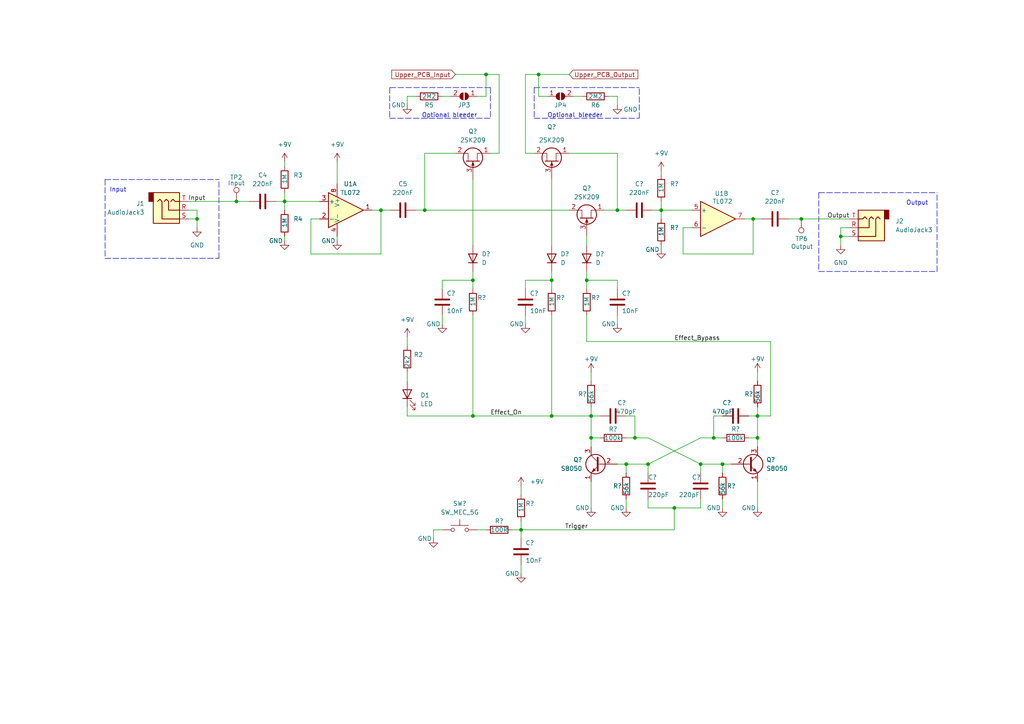
<source format=kicad_sch>
(kicad_sch (version 20211123) (generator eeschema)
  (paper "A4")
  (title_block (title "PedalDev_Lower") (date "2022-02-17") (company "Binary-6"))
  (lib_symbols
    (symbol "Amplifier_Operational:TL072" (pin_names (offset 0.127))
      (property "Reference" "U" (at 0 5.08 0))
      (property "Value" "TL072" (at 0 -5.08 0))
      (symbol "TL072_1_1"
        (polyline (pts (xy -5.08 5.08) (xy 5.08 0) (xy -5.08 -5.08) (xy -5.08 5.08)) (stroke (width 0.254)) (fill (type background)))
        (pin output line (at 7.62 0 180) (length 2.54) (name "~") (number "1"))
        (pin input line (at -7.62 -2.54 0) (length 2.54) (name "-") (number "2"))
        (pin input line (at -7.62 2.54 0) (length 2.54) (name "+") (number "3"))
      )
      (symbol "TL072_2_1"
        (polyline (pts (xy -5.08 5.08) (xy 5.08 0) (xy -5.08 -5.08) (xy -5.08 5.08)) (stroke (width 0.254)) (fill (type background)))
        (pin input line (at -7.62 2.54 0) (length 2.54) (name "+") (number "5"))
        (pin input line (at -7.62 -2.54 0) (length 2.54) (name "-") (number "6"))
        (pin output line (at 7.62 0 180) (length 2.54) (name "~") (number "7"))
      )
      (symbol "TL072_3_1"
        (pin power_in line (at -2.54 -7.62 90) (length 3.81) (name "V-") (number "4"))
        (pin power_in line (at -2.54 7.62 270) (length 3.81) (name "V+") (number "8"))
      )
    )
    (symbol "Connector:AudioJack3"
      (property "Reference" "J" (at 0 8.89 0))
      (property "Value" "AudioJack3" (at 0 6.35 0))
      (symbol "AudioJack3_0_1"
        (rectangle (start -5.08 -5.08) (end -6.35 -2.54) (stroke (width 0.254)) (fill (type outline)))
        (polyline (pts (xy 0 -2.54) (xy 0.635 -3.175) (xy 1.27 -2.54) (xy 2.54 -2.54)) (stroke (width 0.254)))
        (polyline (pts (xy -1.905 -2.54) (xy -1.27 -3.175) (xy -0.635 -2.54) (xy -0.635 0) (xy 2.54 0)) (stroke (width 0.254)))
        (polyline (pts (xy 2.54 2.54) (xy -2.54 2.54) (xy -2.54 -2.54) (xy -3.175 -3.175) (xy -3.81 -2.54)) (stroke (width 0.254)))
        (rectangle (start 2.54 3.81) (end -5.08 -5.08) (stroke (width 0.254)) (fill (type background)))
      )
      (symbol "AudioJack3_1_1"
        (pin passive line (at 5.08 0 180) (length 2.54) (name "~") (number "R"))
        (pin passive line (at 5.08 2.54 180) (length 2.54) (name "~") (number "S"))
        (pin passive line (at 5.08 -2.54 180) (length 2.54) (name "~") (number "T"))
      )
    )
    (symbol "Connector:Barrel_Jack" (pin_names (offset 1.016))
      (property "Reference" "J" (at 0 5.334 0))
      (property "Value" "Barrel_Jack" (at 0 -5.08 0))
      (symbol "Barrel_Jack_0_1"
        (rectangle (start -5.08 3.81) (end 5.08 -3.81) (stroke (width 0.254)) (fill (type background)))
        (arc (start -3.302 3.175) (mid -3.937 2.54) (end -3.302 1.905) (stroke (width 0.254)))
        (arc (start -3.302 3.175) (mid -3.937 2.54) (end -3.302 1.905) (stroke (width 0.254)) (fill (type outline)))
        (polyline (pts (xy 5.08 2.54) (xy 3.81 2.54)) (stroke (width 0.254)))
        (polyline (pts (xy -3.81 -2.54) (xy -2.54 -2.54) (xy -1.27 -1.27) (xy 0 -2.54) (xy 2.54 -2.54) (xy 5.08 -2.54)) (stroke (width 0.254)))
        (rectangle (start 3.683 3.175) (end -3.302 1.905) (stroke (width 0.254)) (fill (type outline)))
      )
      (symbol "Barrel_Jack_1_1"
        (pin passive line (at 7.62 2.54 180) (length 2.54) (name "~") (number "1"))
        (pin passive line (at 7.62 -2.54 180) (length 2.54) (name "~") (number "2"))
      )
    )
    (symbol "Connector:TestPoint" (pin_numbers hide) (pin_names (offset 0.762) hide)
      (property "Reference" "TP" (at 0 6.858 0))
      (property "Value" "TestPoint" (at 0 5.08 0))
      (symbol "TestPoint_0_1"
        (circle (center 0 3.302) (radius 0.762))
      )
      (symbol "TestPoint_1_1"
        (pin passive line (at 0 0 90) (length 2.54) (name "1") (number "1"))
      )
    )
    (symbol "Connector_Generic:Conn_01x04" (pin_names (offset 1.016) hide)
      (property "Reference" "J" (at 0 5.08 0))
      (property "Value" "Conn_01x04" (at 0 -7.62 0))
      (symbol "Conn_01x04_1_1"
        (rectangle (start -1.27 -4.953) (end 0 -5.207) (stroke (width 0.1524)))
        (rectangle (start -1.27 -2.413) (end 0 -2.667) (stroke (width 0.1524)))
        (rectangle (start -1.27 0.127) (end 0 -0.127) (stroke (width 0.1524)))
        (rectangle (start -1.27 2.667) (end 0 2.413) (stroke (width 0.1524)))
        (rectangle (start -1.27 3.81) (end 1.27 -6.35) (stroke (width 0.254)) (fill (type background)))
        (pin passive line (at -5.08 2.54 0) (length 3.81) (name "Pin_1") (number "1"))
        (pin passive line (at -5.08 0 0) (length 3.81) (name "Pin_2") (number "2"))
        (pin passive line (at -5.08 -2.54 0) (length 3.81) (name "Pin_3") (number "3"))
        (pin passive line (at -5.08 -5.08 0) (length 3.81) (name "Pin_4") (number "4"))
      )
    )
    (symbol "Device:C" (pin_numbers hide) (pin_names (offset 0.254))
      (property "Reference" "C" (at 0.635 2.54 0))
      (property "Value" "C" (at 0.635 -2.54 0))
      (symbol "C_0_1"
        (polyline (pts (xy -2.032 -0.762) (xy 2.032 -0.762)) (stroke (width 0.508)))
        (polyline (pts (xy -2.032 0.762) (xy 2.032 0.762)) (stroke (width 0.508)))
      )
      (symbol "C_1_1"
        (pin passive line (at 0 3.81 270) (length 2.794) (name "~") (number "1"))
        (pin passive line (at 0 -3.81 90) (length 2.794) (name "~") (number "2"))
      )
    )
    (symbol "Device:C_Polarized" (pin_numbers hide) (pin_names (offset 0.254))
      (property "Reference" "C" (at 0.635 2.54 0))
      (property "Value" "C_Polarized" (at 0.635 -2.54 0))
      (symbol "C_Polarized_0_1"
        (rectangle (start -2.286 0.508) (end 2.286 1.016))
        (polyline (pts (xy -1.778 2.286) (xy -0.762 2.286)))
        (polyline (pts (xy -1.27 2.794) (xy -1.27 1.778)))
        (rectangle (start 2.286 -0.508) (end -2.286 -1.016) (fill (type outline)))
      )
      (symbol "C_Polarized_1_1"
        (pin passive line (at 0 3.81 270) (length 2.794) (name "~") (number "1"))
        (pin passive line (at 0 -3.81 90) (length 2.794) (name "~") (number "2"))
      )
    )
    (symbol "Device:D" (pin_numbers hide) (pin_names (offset 1.016) hide)
      (property "Reference" "D" (at 0 2.54 0))
      (property "Value" "D" (at 0 -2.54 0))
      (symbol "D_0_1"
        (polyline (pts (xy -1.27 1.27) (xy -1.27 -1.27)) (stroke (width 0.254)))
        (polyline (pts (xy 1.27 0) (xy -1.27 0)))
        (polyline (pts (xy 1.27 1.27) (xy 1.27 -1.27) (xy -1.27 0) (xy 1.27 1.27)) (stroke (width 0.254)))
      )
      (symbol "D_1_1"
        (pin passive line (at -3.81 0 0) (length 2.54) (name "K") (number "1"))
        (pin passive line (at 3.81 0 180) (length 2.54) (name "A") (number "2"))
      )
    )
    (symbol "Device:LED" (pin_numbers hide) (pin_names (offset 1.016) hide)
      (property "Reference" "D" (at 0 2.54 0))
      (property "Value" "LED" (at 0 -2.54 0))
      (symbol "LED_0_1"
        (polyline (pts (xy -1.27 -1.27) (xy -1.27 1.27)) (stroke (width 0.254)))
        (polyline (pts (xy -1.27 0) (xy 1.27 0)))
        (polyline (pts (xy 1.27 -1.27) (xy 1.27 1.27) (xy -1.27 0) (xy 1.27 -1.27)) (stroke (width 0.254)))
        (polyline (pts (xy -3.048 -0.762) (xy -4.572 -2.286) (xy -3.81 -2.286) (xy -4.572 -2.286) (xy -4.572 -1.524)))
        (polyline (pts (xy -1.778 -0.762) (xy -3.302 -2.286) (xy -2.54 -2.286) (xy -3.302 -2.286) (xy -3.302 -1.524)))
      )
      (symbol "LED_1_1"
        (pin passive line (at -3.81 0 0) (length 2.54) (name "K") (number "1"))
        (pin passive line (at 3.81 0 180) (length 2.54) (name "A") (number "2"))
      )
    )
    (symbol "Device:Q_NJFET_SDG" (pin_names (offset 0) hide)
      (property "Reference" "Q" (at 5.08 1.27 0))
      (property "Value" "Q_NJFET_SDG" (at 5.08 -1.27 0))
      (symbol "Q_NJFET_SDG_0_1"
        (polyline (pts (xy 0.254 1.905) (xy 0.254 -1.905) (xy 0.254 -1.905)) (stroke (width 0.254)))
        (polyline (pts (xy 2.54 -2.54) (xy 2.54 -1.27) (xy 0.254 -1.27)))
        (polyline (pts (xy 2.54 2.54) (xy 2.54 1.397) (xy 0.254 1.397)))
        (polyline (pts (xy 0 0) (xy -1.016 0.381) (xy -1.016 -0.381) (xy 0 0)) (fill (type outline)))
        (circle (center 1.27 0) (radius 2.8194) (stroke (width 0.254)))
      )
      (symbol "Q_NJFET_SDG_1_1"
        (pin passive line (at 2.54 -5.08 90) (length 2.54) (name "S") (number "1"))
        (pin passive line (at 2.54 5.08 270) (length 2.54) (name "D") (number "2"))
        (pin input line (at -5.08 0 0) (length 5.334) (name "G") (number "3"))
      )
    )
    (symbol "Device:R" (pin_numbers hide) (pin_names (offset 0))
      (property "Reference" "R" (at 2.032 0 90))
      (property "Value" "R" (at 0 0 90))
      (symbol "R_0_1"
        (rectangle (start -1.016 -2.54) (end 1.016 2.54) (stroke (width 0.254)))
      )
      (symbol "R_1_1"
        (pin passive line (at 0 3.81 270) (length 1.27) (name "~") (number "1"))
        (pin passive line (at 0 -3.81 90) (length 1.27) (name "~") (number "2"))
      )
    )
    (symbol "Jumper:SolderJumper_2_Open" (pin_names (offset 0) hide)
      (property "Reference" "JP" (at 0 2.032 0))
      (property "Value" "SolderJumper_2_Open" (at 0 -2.54 0))
      (symbol "SolderJumper_2_Open_0_1"
        (arc (start -0.254 1.016) (mid -1.27 0) (end -0.254 -1.016))
        (arc (start -0.254 1.016) (mid -1.27 0) (end -0.254 -1.016) (fill (type outline)))
        (polyline (pts (xy -0.254 1.016) (xy -0.254 -1.016)))
        (polyline (pts (xy 0.254 1.016) (xy 0.254 -1.016)))
        (arc (start 0.254 -1.016) (mid 1.27 0) (end 0.254 1.016))
        (arc (start 0.254 -1.016) (mid 1.27 0) (end 0.254 1.016) (fill (type outline)))
      )
      (symbol "SolderJumper_2_Open_1_1"
        (pin passive line (at -3.81 0 0) (length 2.54) (name "A") (number "1"))
        (pin passive line (at 3.81 0 180) (length 2.54) (name "B") (number "2"))
      )
    )
    (symbol "Switch:SW_MEC_5G" (pin_numbers hide) (pin_names (offset 1.016) hide)
      (property "Reference" "SW" (at 1.27 2.54 0))
      (property "Value" "SW_MEC_5G" (at 0 -1.524 0))
      (symbol "SW_MEC_5G_0_1"
        (circle (center -2.032 0) (radius 0.508))
        (polyline (pts (xy 0 1.27) (xy 0 3.048)))
        (polyline (pts (xy 2.54 1.27) (xy -2.54 1.27)))
        (circle (center 2.032 0) (radius 0.508))
        (pin passive line (at -5.08 0 0) (length 2.54) (name "A") (number "1"))
        (pin passive line (at 5.08 0 180) (length 2.54) (name "B") (number "3"))
      )
      (symbol "SW_MEC_5G_1_1"
        (pin passive line (at -5.08 0 0) (length 2.54) hide (name "A") (number "2"))
        (pin passive line (at 5.08 0 180) (length 2.54) hide (name "B") (number "4"))
      )
    )
    (symbol "Transistor_BJT:S8050" (pin_names (offset 0) hide)
      (property "Reference" "Q" (at 5.08 1.905 0))
      (property "Value" "S8050" (at 5.08 0 0))
      (symbol "S8050_0_1"
        (polyline (pts (xy 0 0) (xy 0.635 0)))
        (polyline (pts (xy 0.635 0.635) (xy 2.54 2.54)))
        (polyline (pts (xy 0.635 -0.635) (xy 2.54 -2.54) (xy 2.54 -2.54)))
        (polyline (pts (xy 0.635 1.905) (xy 0.635 -1.905) (xy 0.635 -1.905)) (stroke (width 0.508)))
        (polyline (pts (xy 1.27 -1.778) (xy 1.778 -1.27) (xy 2.286 -2.286) (xy 1.27 -1.778) (xy 1.27 -1.778)) (fill (type outline)))
        (circle (center 1.27 0) (radius 2.8194) (stroke (width 0.254)))
      )
      (symbol "S8050_1_1"
        (pin passive line (at 2.54 -5.08 90) (length 2.54) (name "E") (number "1"))
        (pin input line (at -5.08 0 0) (length 5.08) (name "B") (number "2"))
        (pin passive line (at 2.54 5.08 270) (length 2.54) (name "C") (number "3"))
      )
    )
    (symbol "Transistor_FET:AO3401A" (pin_names hide)
      (property "Reference" "Q" (at 5.08 1.905 0))
      (property "Value" "AO3401A" (at 5.08 0 0))
      (symbol "AO3401A_0_1"
        (polyline (pts (xy 0.254 0) (xy -2.54 0)))
        (polyline (pts (xy 0.254 1.905) (xy 0.254 -1.905)) (stroke (width 0.254)))
        (polyline (pts (xy 0.762 -1.27) (xy 0.762 -2.286)) (stroke (width 0.254)))
        (polyline (pts (xy 0.762 0.508) (xy 0.762 -0.508)) (stroke (width 0.254)))
        (polyline (pts (xy 0.762 2.286) (xy 0.762 1.27)) (stroke (width 0.254)))
        (polyline (pts (xy 2.54 2.54) (xy 2.54 1.778)))
        (polyline (pts (xy 2.54 -2.54) (xy 2.54 0) (xy 0.762 0)))
        (polyline (pts (xy 0.762 1.778) (xy 3.302 1.778) (xy 3.302 -1.778) (xy 0.762 -1.778)))
        (polyline (pts (xy 2.286 0) (xy 1.27 0.381) (xy 1.27 -0.381) (xy 2.286 0)) (fill (type outline)))
        (polyline (pts (xy 2.794 -0.508) (xy 2.921 -0.381) (xy 3.683 -0.381) (xy 3.81 -0.254)))
        (polyline (pts (xy 3.302 -0.381) (xy 2.921 0.254) (xy 3.683 0.254) (xy 3.302 -0.381)))
        (circle (center 1.651 0) (radius 2.794) (stroke (width 0.254)))
        (circle (center 2.54 -1.778) (radius 0.254) (fill (type outline)))
        (circle (center 2.54 1.778) (radius 0.254) (fill (type outline)))
      )
      (symbol "AO3401A_1_1"
        (pin input line (at -5.08 0 0) (length 2.54) (name "G") (number "1"))
        (pin passive line (at 2.54 -5.08 90) (length 2.54) (name "S") (number "2"))
        (pin passive line (at 2.54 5.08 270) (length 2.54) (name "D") (number "3"))
      )
    )
    (symbol "power:+9V" (power) (pin_names (offset 0))
      (property "Value" "+9V" (at 0 3.556 0))
      (symbol "+9V_0_1"
        (polyline (pts (xy -0.762 1.27) (xy 0 2.54)))
        (polyline (pts (xy 0 0) (xy 0 2.54)))
        (polyline (pts (xy 0 2.54) (xy 0.762 1.27)))
      )
      (symbol "+9V_1_1"
        (pin power_in line (at 0 0 90) (length 0) hide (name "+9V") (number "1"))
      )
    )
    (symbol "power:GND" (power) (pin_names (offset 0))
      (property "Value" "GND" (at 0 -3.81 0))
      (symbol "GND_0_1"
        (polyline (pts (xy 0 0) (xy 0 -1.27) (xy 1.27 -1.27) (xy 0 -2.54) (xy -1.27 -1.27) (xy 0 -1.27)))
      )
      (symbol "GND_1_1"
        (pin power_in line (at 0 0 270) (length 0) hide (name "GND") (number "1"))
      )
    )
  )
  (junction (at 184.15 127))
  (junction (at 137.16 81.28))
  (junction (at 57.15 63.5))
  (junction (at 170.18 81.28))
  (junction (at 110.49 60.96))
  (junction (at 175.26 -31.75))
  (junction (at 195.58 147.32))
  (junction (at 93.98 -20.32))
  (junction (at 93.98 -33.02))
  (junction (at 219.71 127))
  (junction (at 171.45 120.65))
  (junction (at 101.6 -20.32))
  (junction (at 218.44 63.5))
  (junction (at 82.55 58.42))
  (junction (at 160.02 120.65))
  (junction (at 243.84 68.58))
  (junction (at 151.13 153.67))
  (junction (at 156.21 21.59))
  (junction (at 203.2 134.62))
  (junction (at 86.36 -20.32))
  (junction (at 209.55 134.62))
  (junction (at 179.07 60.96))
  (junction (at 137.16 120.65))
  (junction (at 86.36 -33.02))
  (junction (at 232.41 63.5))
  (junction (at 66.675 -33.02))
  (junction (at 171.45 127))
  (junction (at 207.01 127))
  (junction (at 68.58 58.42))
  (junction (at 160.02 81.28))
  (junction (at 101.6 -33.02))
  (junction (at 140.97 21.59))
  (junction (at 187.96 134.62))
  (junction (at 181.61 134.62))
  (junction (at 185.42 -31.75))
  (junction (at 123.19 60.96))
  (junction (at 74.93 -20.32))
  (junction (at 219.71 120.65))
  (junction (at 191.77 60.96))
  (wire (pts (xy 101.6 -20.32) (xy 93.98 -20.32)))
  (wire (pts (xy 175.26 -33.02) (xy 175.26 -31.75)))
  (polyline (pts (xy 163.83 -11.43) (xy 163.83 -38.1)))
  (wire (pts (xy 179.07 27.94) (xy 179.07 30.48)))
  (wire (pts (xy 148.59 -20.32) (xy 146.05 -20.32)))
  (wire (pts (xy 198.12 73.66) (xy 218.44 73.66)))
  (polyline (pts (xy 142.24 25.4) (xy 142.24 34.29)))
  (wire (pts (xy 191.77 60.96) (xy 200.66 60.96)))
  (wire (pts (xy 151.13 153.67) (xy 195.58 153.67)))
  (wire (pts (xy 219.71 127) (xy 219.71 129.54)))
  (wire (pts (xy 179.07 60.96) (xy 181.61 60.96)))
  (wire (pts (xy 217.17 120.65) (xy 219.71 120.65)))
  (polyline (pts (xy 199.39 -52.07) (xy 199.39 -7.62)))
  (wire (pts (xy 160.02 81.28) (xy 160.02 83.82)))
  (wire (pts (xy 57.15 63.5) (xy 57.15 66.04)))
  (polyline (pts (xy 237.49 55.88) (xy 237.49 78.74)))
  (wire (pts (xy 181.61 127) (xy 184.15 127)))
  (wire (pts (xy 209.55 144.78) (xy 209.55 147.32)))
  (wire (pts (xy 130.81 27.94) (xy 128.27 27.94)))
  (polyline (pts (xy 113.03 -10.16) (xy 39.37 -10.16)))
  (wire (pts (xy 184.15 127) (xy 184.15 120.65)))
  (wire (pts (xy 246.38 63.5) (xy 232.41 63.5)))
  (wire (pts (xy 82.55 46.99) (xy 82.55 48.26)))
  (wire (pts (xy 187.96 144.78) (xy 187.96 147.32)))
  (wire (pts (xy 170.18 81.28) (xy 179.07 81.28)))
  (wire (pts (xy 146.05 -30.48) (xy 146.05 -22.86)))
  (wire (pts (xy 219.71 120.65) (xy 219.71 118.11)))
  (wire (pts (xy 80.01 58.42) (xy 82.55 58.42)))
  (wire (pts (xy 63.5 -27.94) (xy 66.04 -27.94)))
  (wire (pts (xy 140.97 21.59) (xy 140.97 27.94)))
  (wire (pts (xy 173.99 127) (xy 171.45 127)))
  (wire (pts (xy 219.71 107.95) (xy 219.71 110.49)))
  (wire (pts (xy 223.52 99.06) (xy 223.52 120.65)))
  (wire (pts (xy 171.45 127) (xy 171.45 129.54)))
  (polyline (pts (xy 63.5 74.93) (xy 63.5 52.07)))
  (wire (pts (xy 82.55 55.88) (xy 82.55 58.42)))
  (wire (pts (xy 171.45 118.11) (xy 171.45 120.65)))
  (wire (pts (xy 219.71 120.65) (xy 219.71 127)))
  (wire (pts (xy 179.07 91.44) (xy 179.07 93.98)))
  (wire (pts (xy 120.65 60.96) (xy 123.19 60.96)))
  (wire (pts (xy 137.16 81.28) (xy 137.16 83.82)))
  (wire (pts (xy 151.13 153.67) (xy 151.13 151.13)))
  (wire (pts (xy 189.23 60.96) (xy 191.77 60.96)))
  (wire (pts (xy 195.58 153.67) (xy 195.58 147.32)))
  (wire (pts (xy 142.24 44.45) (xy 144.78 44.45)))
  (polyline (pts (xy 168.91 -52.07) (xy 199.39 -52.07)))
  (polyline (pts (xy 154.94 34.29) (xy 185.42 34.29)))
  (wire (pts (xy 66.04 -20.32) (xy 74.93 -20.32)))
  (polyline (pts (xy 119.38 -11.43) (xy 163.83 -11.43)))
  (wire (pts (xy 181.61 134.62) (xy 179.07 134.62)))
  (polyline (pts (xy 154.94 25.4) (xy 185.42 25.4)))
  (wire (pts (xy 110.49 60.96) (xy 110.49 73.66)))
  (wire (pts (xy 97.79 46.99) (xy 97.79 53.34)))
  (wire (pts (xy 184.15 127) (xy 187.96 127)))
  (wire (pts (xy 63.5 -33.02) (xy 66.675 -33.02)))
  (polyline (pts (xy 163.83 -38.1) (xy 119.38 -38.1)))
  (polyline (pts (xy 113.03 25.4) (xy 113.03 34.29)))
  (wire (pts (xy 170.18 68.58) (xy 170.18 71.12)))
  (wire (pts (xy 191.77 60.96) (xy 191.77 63.5)))
  (wire (pts (xy 90.17 63.5) (xy 90.17 73.66)))
  (wire (pts (xy 118.11 107.95) (xy 118.11 110.49)))
  (polyline (pts (xy 30.48 52.07) (xy 30.48 74.93)))
  (wire (pts (xy 228.6 63.5) (xy 232.41 63.5)))
  (wire (pts (xy 86.36 -22.86) (xy 86.36 -20.32)))
  (wire (pts (xy 152.4 83.82) (xy 152.4 81.28)))
  (wire (pts (xy 138.43 153.67) (xy 140.97 153.67)))
  (wire (pts (xy 187.96 137.16) (xy 187.96 134.62)))
  (wire (pts (xy 118.11 97.79) (xy 118.11 100.33)))
  (wire (pts (xy 151.13 163.83) (xy 151.13 166.37)))
  (wire (pts (xy 179.07 44.45) (xy 179.07 60.96)))
  (wire (pts (xy 209.55 120.65) (xy 207.01 120.65)))
  (polyline (pts (xy 39.37 -44.45) (xy 113.03 -44.45)))
  (polyline (pts (xy 168.91 -7.62) (xy 168.91 -52.07)))
  (wire (pts (xy 175.26 -10.16) (xy 175.26 -12.7)))
  (wire (pts (xy 151.13 140.97) (xy 151.13 143.51)))
  (wire (pts (xy 152.4 44.45) (xy 154.94 44.45)))
  (wire (pts (xy 187.96 134.62) (xy 181.61 134.62)))
  (wire (pts (xy 171.45 139.7) (xy 171.45 147.32)))
  (wire (pts (xy 93.98 -33.02) (xy 101.6 -33.02)))
  (wire (pts (xy 195.58 147.32) (xy 203.2 147.32)))
  (wire (pts (xy 191.77 71.12) (xy 191.77 72.39)))
  (wire (pts (xy 57.15 63.5) (xy 57.15 60.96)))
  (wire (pts (xy 207.01 120.65) (xy 207.01 127)))
  (wire (pts (xy 217.17 127) (xy 219.71 127)))
  (wire (pts (xy 175.26 -31.75) (xy 175.26 -30.48)))
  (wire (pts (xy 137.16 91.44) (xy 137.16 120.65)))
  (wire (pts (xy 86.36 -33.02) (xy 86.36 -30.48)))
  (wire (pts (xy 82.55 58.42) (xy 82.55 60.96)))
  (wire (pts (xy 101.6 -22.86) (xy 101.6 -20.32)))
  (wire (pts (xy 158.75 27.94) (xy 156.21 27.94)))
  (wire (pts (xy 219.71 139.7) (xy 219.71 147.32)))
  (wire (pts (xy 101.6 -33.02) (xy 101.6 -30.48)))
  (polyline (pts (xy 237.49 78.74) (xy 271.78 78.74)))
  (wire (pts (xy 218.44 73.66) (xy 218.44 63.5)))
  (wire (pts (xy 191.77 58.42) (xy 191.77 60.96)))
  (wire (pts (xy 198.12 66.04) (xy 198.12 73.66)))
  (wire (pts (xy 160.02 52.07) (xy 160.02 71.12)))
  (wire (pts (xy 152.4 91.44) (xy 152.4 93.98)))
  (wire (pts (xy 123.19 60.96) (xy 165.1 60.96)))
  (wire (pts (xy 175.26 -31.75) (xy 185.42 -31.75)))
  (wire (pts (xy 170.18 91.44) (xy 170.18 99.06)))
  (wire (pts (xy 170.18 99.06) (xy 223.52 99.06)))
  (wire (pts (xy 151.13 153.67) (xy 151.13 156.21)))
  (wire (pts (xy 165.1 44.45) (xy 179.07 44.45)))
  (wire (pts (xy 125.73 153.67) (xy 125.73 156.21)))
  (wire (pts (xy 144.78 44.45) (xy 144.78 21.59)))
  (wire (pts (xy 143.51 -25.4) (xy 148.59 -25.4)))
  (wire (pts (xy 138.43 27.94) (xy 140.97 27.94)))
  (wire (pts (xy 171.45 107.95) (xy 171.45 110.49)))
  (polyline (pts (xy 271.78 78.74) (xy 271.78 55.88)))
  (wire (pts (xy 203.2 137.16) (xy 203.2 134.62)))
  (polyline (pts (xy 142.24 25.4) (xy 113.03 25.4)))
  (wire (pts (xy 176.53 27.94) (xy 179.07 27.94)))
  (wire (pts (xy 128.27 81.28) (xy 137.16 81.28)))
  (wire (pts (xy 243.84 68.58) (xy 243.84 71.12)))
  (polyline (pts (xy 113.03 34.29) (xy 142.24 34.29)))
  (wire (pts (xy 68.58 58.42) (xy 72.39 58.42)))
  (wire (pts (xy 185.42 -31.75) (xy 185.42 -30.48)))
  (wire (pts (xy 101.6 -20.32) (xy 104.14 -20.32)))
  (wire (pts (xy 118.11 120.65) (xy 137.16 120.65)))
  (wire (pts (xy 246.38 66.04) (xy 243.84 66.04)))
  (wire (pts (xy 54.61 58.42) (xy 68.58 58.42)))
  (wire (pts (xy 101.6 -33.02) (xy 104.14 -33.02)))
  (wire (pts (xy 132.08 21.59) (xy 140.97 21.59)))
  (polyline (pts (xy 185.42 34.29) (xy 185.42 25.4)))
  (wire (pts (xy 104.14 -33.02) (xy 104.14 -35.56)))
  (wire (pts (xy 171.45 120.65) (xy 171.45 127)))
  (wire (pts (xy 92.71 63.5) (xy 90.17 63.5)))
  (wire (pts (xy 146.05 -20.32) (xy 146.05 -17.78)))
  (wire (pts (xy 160.02 91.44) (xy 160.02 120.65)))
  (wire (pts (xy 187.96 127) (xy 203.2 134.62)))
  (wire (pts (xy 93.98 -20.32) (xy 86.36 -20.32)))
  (wire (pts (xy 66.04 -27.94) (xy 66.04 -20.32)))
  (wire (pts (xy 175.26 60.96) (xy 179.07 60.96)))
  (wire (pts (xy 185.42 -22.86) (xy 185.42 -21.59)))
  (wire (pts (xy 110.49 60.96) (xy 107.95 60.96)))
  (wire (pts (xy 86.36 -33.02) (xy 93.98 -33.02)))
  (wire (pts (xy 223.52 120.65) (xy 219.71 120.65)))
  (wire (pts (xy 57.15 60.96) (xy 54.61 60.96)))
  (polyline (pts (xy 30.48 74.93) (xy 63.5 74.93)))
  (polyline (pts (xy 154.94 25.4) (xy 154.94 34.29)))
  (wire (pts (xy 128.27 91.44) (xy 128.27 93.98)))
  (wire (pts (xy 74.93 -20.32) (xy 86.36 -20.32)))
  (wire (pts (xy 184.15 120.65) (xy 181.61 120.65)))
  (wire (pts (xy 203.2 147.32) (xy 203.2 144.78)))
  (wire (pts (xy 143.51 -27.94) (xy 148.59 -27.94)))
  (wire (pts (xy 148.59 153.67) (xy 151.13 153.67)))
  (wire (pts (xy 92.71 58.42) (xy 82.55 58.42)))
  (wire (pts (xy 160.02 78.74) (xy 160.02 81.28)))
  (wire (pts (xy 203.2 134.62) (xy 209.55 134.62)))
  (wire (pts (xy 144.78 21.59) (xy 140.97 21.59)))
  (wire (pts (xy 243.84 68.58) (xy 246.38 68.58)))
  (wire (pts (xy 137.16 78.74) (xy 137.16 81.28)))
  (wire (pts (xy 152.4 81.28) (xy 160.02 81.28)))
  (wire (pts (xy 187.96 147.32) (xy 195.58 147.32)))
  (wire (pts (xy 171.45 120.65) (xy 173.99 120.65)))
  (wire (pts (xy 74.93 -25.4) (xy 74.93 -20.32)))
  (polyline (pts (xy 30.48 52.07) (xy 63.5 52.07)))
  (wire (pts (xy 218.44 63.5) (xy 220.98 63.5)))
  (wire (pts (xy 137.16 52.07) (xy 137.16 71.12)))
  (wire (pts (xy 170.18 81.28) (xy 170.18 83.82)))
  (wire (pts (xy 82.55 68.58) (xy 82.55 69.85)))
  (wire (pts (xy 175.26 -22.86) (xy 175.26 -20.32)))
  (wire (pts (xy 218.44 63.5) (xy 215.9 63.5)))
  (wire (pts (xy 175.26 -43.18) (xy 175.26 -40.64)))
  (wire (pts (xy 110.49 60.96) (xy 113.03 60.96)))
  (wire (pts (xy 80.01 -33.02) (xy 86.36 -33.02)))
  (wire (pts (xy 118.11 27.94) (xy 118.11 30.48)))
  (wire (pts (xy 128.27 153.67) (xy 125.73 153.67)))
  (wire (pts (xy 170.18 78.74) (xy 170.18 81.28)))
  (polyline (pts (xy 39.37 -44.45) (xy 39.37 -10.16)))
  (wire (pts (xy 156.21 21.59) (xy 165.1 21.59)))
  (wire (pts (xy 209.55 134.62) (xy 209.55 137.16)))
  (wire (pts (xy 191.77 49.53) (xy 191.77 50.8)))
  (wire (pts (xy 66.675 -33.02) (xy 69.85 -33.02)))
  (wire (pts (xy 146.05 -22.86) (xy 148.59 -22.86)))
  (polyline (pts (xy 113.03 -44.45) (xy 113.03 -10.16)))
  (wire (pts (xy 120.65 27.94) (xy 118.11 27.94)))
  (wire (pts (xy 137.16 120.65) (xy 160.02 120.65)))
  (wire (pts (xy 128.27 83.82) (xy 128.27 81.28)))
  (polyline (pts (xy 168.91 -7.62) (xy 199.39 -7.62)))
  (wire (pts (xy 212.09 134.62) (xy 209.55 134.62)))
  (wire (pts (xy 97.79 68.58) (xy 97.79 69.85)))
  (wire (pts (xy 156.21 21.59) (xy 156.21 27.94)))
  (wire (pts (xy 181.61 137.16) (xy 181.61 134.62)))
  (wire (pts (xy 123.19 44.45) (xy 132.08 44.45)))
  (wire (pts (xy 203.2 127) (xy 207.01 127)))
  (wire (pts (xy 207.01 127) (xy 209.55 127)))
  (polyline (pts (xy 119.38 -38.1) (xy 119.38 -11.43)))
  (wire (pts (xy 181.61 144.78) (xy 181.61 147.32)))
  (wire (pts (xy 203.2 127) (xy 187.96 134.62)))
  (wire (pts (xy 104.14 -20.32) (xy 104.14 -17.78)))
  (wire (pts (xy 54.61 63.5) (xy 57.15 63.5)))
  (wire (pts (xy 166.37 27.94) (xy 168.91 27.94)))
  (polyline (pts (xy 237.49 55.88) (xy 271.78 55.88)))
  (wire (pts (xy 152.4 21.59) (xy 156.21 21.59)))
  (wire (pts (xy 243.84 66.04) (xy 243.84 68.58)))
  (wire (pts (xy 123.19 60.96) (xy 123.19 44.45)))
  (wire (pts (xy 90.17 73.66) (xy 110.49 73.66)))
  (wire (pts (xy 152.4 21.59) (xy 152.4 44.45)))
  (wire (pts (xy 200.66 66.04) (xy 198.12 66.04)))
  (wire (pts (xy 179.07 81.28) (xy 179.07 83.82)))
  (wire (pts (xy 118.11 120.65) (xy 118.11 118.11)))
  (wire (pts (xy 160.02 120.65) (xy 171.45 120.65)))
  (text "Input" (at 31.75 55.88 0) (effects (font (size 1.27 1.27)) (justify left bottom)))
  (text "Power input\nReverse voltage\nprotection\nand filtering" (at 40.005 -35.56 0) (effects (font (size 1.27 1.27)) (justify left bottom)))
  (text "Output" (at 269.24 59.69 180) (effects (font (size 1.27 1.27)) (justify right bottom)))
  (text "Optional bleeder" (at 158.75 34.29 0) (effects (font (size 1.27 1.27)) (justify left bottom)))
  (text "Optional bleeder" (at 138.43 34.29 180) (effects (font (size 1.27 1.27)) (justify right bottom)))
  (text "Lower to Upper PCB connector" (at 120.015 -35.56 0) (effects (font (size 1.27 1.27)) (justify left bottom)))
  (text "Anti-Pop \nSlow switching LED" (at 198.12 -46.99 180) (effects (font (size 1.27 1.27)) (justify right bottom)))
  (label "Effect_On" (at 142.24 120.65 0))
  (label "Input" (at 54.61 58.42 0))
  (label "Effect_Bypass" (at 195.58 99.06 0))
  (label "Trigger" (at 163.83 153.67 0))
  (label "Output" (at 246.38 63.5 180))
  (global_label "Upper_PCB_Input" (shape input) (at 143.51 -27.94 180) (property "Intersheet References" "${INTERSHEET_REFS}" (effects hide)))
  (global_label "Upper_PCB_Input" (shape input) (at 132.08 21.59 180) (property "Intersheet References" "${INTERSHEET_REFS}" (effects hide)))
  (global_label "Upper_PCB_Output" (shape input) (at 165.1 21.59 0) (property "Intersheet References" "${INTERSHEET_REFS}" (effects hide)))
  (global_label "Upper_PCB_Output" (shape input) (at 143.51 -25.4 180) (property "Intersheet References" "${INTERSHEET_REFS}" (effects hide)))
  (symbol (lib_id "power:GND") (at 57.15 66.04 0) (unit 1)
    (property "Reference" "#PWR01" (effects hide))
    (property "Value" "GND" (at 57.15 71.12 0))
  )
  (symbol (lib_id "power:GND") (at 243.84 71.12 0) (unit 1)
    (property "Reference" "#PWR015" (effects hide))
    (property "Value" "GND" (at 243.84 76.2 0))
  )
  (symbol (lib_id "Transistor_BJT:S8050") (at 173.99 134.62 0) (mirror y) (unit 1)
    (property "Reference" "Q?" (at 168.91 133.3499 0) (effects (justify left)))
    (property "Value" "S8050" (at 168.91 135.8899 0) (effects (justify left)))
    (property "Footprint" "Package_TO_SOT_THT:TO-92_Inline" (effects hide))
    (property "Datasheet" "http://www.unisonic.com.tw/datasheet/S8050.pdf" (effects hide))
  )
  (symbol (lib_id "Device:Q_NJFET_SDG") (at 160.02 46.99 90) (unit 1)
    (property "Reference" "Q?" (at 160.02 36.83 90))
    (property "Value" "2SK209" (at 160.02 40.64 90))
    (property "LCSC" "C61792" (effects hide))
  )
  (symbol (lib_id "Device:LED") (at 118.11 114.3 90) (unit 1)
    (property "Reference" "D1" (at 121.92 114.6174 90) (effects (justify right)))
    (property "Value" "LED" (at 121.92 117.1574 90) (effects (justify right)))
    (property "Footprint" "LED_THT:LED_D5.0mm" (effects hide))
    (property "LCSC" "C417347" (effects hide))
  )
  (symbol (lib_id "Device:R") (at 118.11 104.14 0) (unit 1)
    (property "Reference" "R2" (at 120.015 102.8699 0) (effects (justify left)))
    (property "Value" "2k2" (at 118.11 106.68 90) (effects (justify left)))
    (property "Footprint" "Resistor_SMD:R_0603_1608Metric" (effects hide))
  )
  (symbol (lib_id "power:GND") (at 209.55 147.32 0) (unit 1)
    (property "Reference" "#PWR?" (effects hide))
    (property "Value" "GND" (at 207.01 147.32 0))
  )
  (symbol (lib_id "Connector:TestPoint") (at 93.98 -33.02 0) (unit 1) (in_bom no)
    (property "Reference" "TP3" (at 92.075 -40.005 0) (effects (justify left)))
    (property "Value" "9V" (at 92.71 -38.1 0) (effects (justify left)))
    (property "Footprint" "TestPoint:TestPoint_Pad_D2.0mm" (effects hide))
  )
  (symbol (lib_id "Device:C") (at 185.42 60.96 90) (unit 1)
    (property "Reference" "C?" (at 185.42 53.34 90))
    (property "Value" "220nF" (at 185.42 55.88 90))
    (property "Footprint" "Capacitor_SMD:C_0603_1608Metric" (effects hide))
    (property "LCSC" "C21120 " (effects hide))
  )
  (symbol (lib_id "power:GND") (at 179.07 30.48 0) (unit 1)
    (property "Reference" "#PWR014" (effects hide))
    (property "Value" "GND" (at 182.88 31.75 0))
  )
  (symbol (lib_id "Connector:TestPoint") (at 68.58 58.42 0) (unit 1) (in_bom no)
    (property "Reference" "TP2" (at 66.675 51.435 0) (effects (justify left)))
    (property "Value" "Input" (at 66.04 53.086 0) (effects (justify left)))
    (property "Footprint" "TestPoint:TestPoint_Bridge_Pitch2.54mm_Drill1.0mm" (effects hide))
  )
  (symbol (lib_id "power:GND") (at 125.73 156.21 0) (unit 1)
    (property "Reference" "#PWR?" (effects hide))
    (property "Value" "GND" (at 123.19 156.21 0))
  )
  (symbol (lib_id "Device:R") (at 160.02 87.63 0) (unit 1)
    (property "Reference" "R?" (at 161.29 86.36 0) (effects (justify left)))
    (property "Value" "1M" (at 160.02 88.9 90) (effects (justify left)))
    (property "Footprint" "Resistor_SMD:R_0603_1608Metric" (effects hide))
  )
  (symbol (lib_id "Device:R") (at 191.77 54.61 0) (unit 1)
    (property "Reference" "R?" (at 194.31 53.3399 0) (effects (justify left)))
    (property "Value" "1M" (at 191.77 55.88 90) (effects (justify left)))
    (property "Footprint" "Resistor_SMD:R_0603_1608Metric" (effects hide))
  )
  (symbol (lib_id "Device:R") (at 181.61 140.97 0) (unit 1)
    (property "Reference" "R?" (at 177.8 140.97 0) (effects (justify left)))
    (property "Value" "56k" (at 181.61 143.51 90) (effects (justify left)))
  )
  (symbol (lib_id "power:GND") (at 82.55 69.85 0) (unit 1)
    (property "Reference" "#PWR05" (effects hide))
    (property "Value" "GND" (at 80.01 69.85 0))
  )
  (symbol (lib_id "Connector:TestPoint") (at 66.675 -33.02 0) (unit 1) (in_bom no)
    (property "Reference" "TP1" (at 64.77 -40.005 0) (effects (justify left)))
    (property "Value" "Vin" (at 65.405 -38.1 0) (effects (justify left)))
    (property "Footprint" "TestPoint:TestPoint_Pad_D2.0mm" (effects hide))
  )
  (symbol (lib_id "Connector:TestPoint") (at 232.41 63.5 180) (unit 1) (in_bom no)
    (property "Reference" "TP6" (at 234.315 69.215 0) (effects (justify left)))
    (property "Value" "Output" (at 235.839 71.501 0) (effects (justify left)))
    (property "Footprint" "TestPoint:TestPoint_Bridge_Pitch2.54mm_Drill1.0mm" (effects hide))
  )
  (symbol (lib_id "Device:R") (at 82.55 64.77 0) (unit 1)
    (property "Reference" "R4" (at 85.09 63.4999 0) (effects (justify left)))
    (property "Value" "1M" (at 82.55 66.04 90) (effects (justify left)))
    (property "Footprint" "Resistor_SMD:R_0603_1608Metric" (effects hide))
  )
  (symbol (lib_id "Device:C_Polarized") (at 86.36 -26.67 0) (unit 1)
    (property "Reference" "C1" (at 90.17 -28.8291 0) (effects (justify left)))
    (property "Value" "100uF" (at 90.17 -26.2891 0) (effects (justify left)))
    (property "Footprint" "Capacitor_THT:CP_Radial_D5.0mm_P2.00mm" (effects hide))
    (property "LCSC" "C108360" (effects hide))
  )
  (symbol (lib_id "Connector:TestPoint") (at 93.98 -20.32 180) (unit 1) (in_bom no)
    (property "Reference" "TP4" (at 92.71 -14.605 0) (effects (justify right)))
    (property "Value" "GND" (at 92.202 -12.7 0) (effects (justify right)))
    (property "Footprint" "TestPoint:TestPoint_Bridge_Pitch2.54mm_Drill1.0mm" (effects hide))
  )
  (symbol (lib_id "power:+9V") (at 171.45 107.95 0) (unit 1)
    (property "Reference" "#PWR?" (effects hide))
    (property "Value" "+9V" (at 171.45 104.14 0))
  )
  (symbol (lib_id "power:GND") (at 151.13 166.37 0) (unit 1)
    (property "Reference" "#PWR?" (effects hide))
    (property "Value" "GND" (at 148.59 166.37 0))
  )
  (symbol (lib_id "Connector:AudioJack3") (at 49.53 60.96 0) (mirror x) (unit 1)
    (property "Reference" "J1" (at 41.91 59.0549 0) (effects (justify right)))
    (property "Value" "AudioJack3" (at 41.91 61.5949 0) (effects (justify right)))
    (property "Footprint" "MeineBib:Audio_Jack_PJ-602B" (effects hide))
  )
  (symbol (lib_id "Device:R") (at 137.16 87.63 0) (unit 1)
    (property "Reference" "R?" (at 138.43 86.36 0) (effects (justify left)))
    (property "Value" "1M" (at 137.16 88.9 90) (effects (justify left)))
    (property "Footprint" "Resistor_SMD:R_0603_1608Metric" (effects hide))
  )
  (symbol (lib_id "power:GND") (at 97.79 69.85 0) (unit 1)
    (property "Reference" "#PWR07" (effects hide))
    (property "Value" "GND" (at 95.25 69.85 0))
  )
  (symbol (lib_id "power:GND") (at 118.11 30.48 0) (unit 1)
    (property "Reference" "#PWR08" (effects hide))
    (property "Value" "GND" (at 115.57 30.48 0))
  )
  (symbol (lib_id "Connector_Generic:Conn_01x04") (at 153.67 -22.86 0) (mirror x) (unit 1) (in_bom no)
    (property "Reference" "J4" (at 156.845 -22.8599 0) (effects (justify left)))
    (property "Value" "Conn_01x04" (at 149.86 -30.48 0) (effects (justify left)))
    (property "Footprint" "Connector_PinSocket_2.54mm:PinSocket_1x04_P2.54mm_Vertical" (effects hide))
  )
  (symbol (lib_id "power:GND") (at 219.71 147.32 0) (unit 1)
    (property "Reference" "#PWR?" (effects hide))
    (property "Value" "GND" (at 217.17 147.32 0))
  )
  (symbol (lib_id "power:+9V") (at 118.11 97.79 0) (unit 1)
    (property "Reference" "#PWR?" (effects hide))
    (property "Value" "+9V" (at 118.11 92.71 0))
  )
  (symbol (lib_id "power:GND") (at 171.45 147.32 0) (unit 1)
    (property "Reference" "#PWR?" (effects hide))
    (property "Value" "GND" (at 168.91 147.32 0))
  )
  (symbol (lib_id "power:GND") (at 146.05 -17.78 0) (unit 1)
    (property "Reference" "#PWR010" (effects hide))
    (property "Value" "GND" (at 143.51 -14.605 0))
  )
  (symbol (lib_id "Device:R") (at 124.46 27.94 90) (unit 1)
    (property "Reference" "R5" (at 124.46 30.48 90))
    (property "Value" "2M2" (at 124.46 27.94 90))
    (property "Footprint" "Resistor_SMD:R_0603_1608Metric" (effects hide))
  )
  (symbol (lib_id "Device:D") (at 170.18 74.93 90) (unit 1)
    (property "Reference" "D?" (at 172.72 73.6599 90) (effects (justify right)))
    (property "Value" "D" (at 172.72 76.1999 90) (effects (justify right)))
  )
  (symbol (lib_id "Device:C") (at 128.27 87.63 180) (unit 1)
    (property "Reference" "C?" (at 129.54 85.09 0) (effects (justify right)))
    (property "Value" "10nF" (at 129.54 90.17 0) (effects (justify right)))
    (property "Footprint" "Capacitor_SMD:C_0603_1608Metric" (effects hide))
  )
  (symbol (lib_id "Device:R") (at 177.8 127 270) (unit 1)
    (property "Reference" "R?" (at 176.53 124.46 90) (effects (justify left)))
    (property "Value" "100k" (at 175.26 127 90) (effects (justify left)))
  )
  (symbol (lib_id "Device:D") (at 160.02 74.93 90) (unit 1)
    (property "Reference" "D?" (at 162.56 73.6599 90) (effects (justify right)))
    (property "Value" "D" (at 162.56 76.1999 90) (effects (justify right)))
  )
  (symbol (lib_id "power:+9V") (at 104.14 -35.56 0) (unit 1)
    (property "Reference" "#PWR02" (effects hide))
    (property "Value" "+9V" (at 104.14 -40.64 0))
  )
  (symbol (lib_id "Device:Q_NJFET_SDG") (at 170.18 63.5 90) (unit 1)
    (property "Reference" "Q?" (at 170.18 54.61 90))
    (property "Value" "2SK209" (at 170.18 57.15 90))
    (property "LCSC" "C61792" (effects hide))
  )
  (symbol (lib_id "power:GND") (at 181.61 147.32 0) (unit 1)
    (property "Reference" "#PWR?" (effects hide))
    (property "Value" "GND" (at 179.07 147.32 0))
  )
  (symbol (lib_id "Connector:TestPoint") (at 185.42 -31.75 0) (unit 1) (in_bom no)
    (property "Reference" "TP9" (at 186.69 -36.83 0) (effects (justify left)))
    (property "Value" "LED pop" (at 186.69 -34.925 0) (effects (justify left)))
    (property "Footprint" "TestPoint:TestPoint_Pad_D2.0mm" (effects hide))
  )
  (symbol (lib_id "Device:R") (at 82.55 52.07 0) (unit 1)
    (property "Reference" "R3" (at 85.09 50.7999 0) (effects (justify left)))
    (property "Value" "1M" (at 82.55 53.34 90) (effects (justify left)))
    (property "Footprint" "Resistor_SMD:R_0603_1608Metric" (effects hide))
  )
  (symbol (lib_id "Connector:Barrel_Jack") (at 55.88 -30.48 0) (mirror x) (unit 1)
    (property "Reference" "J3" (at 49.53 -31.7501 0) (effects (justify right)))
    (property "Value" "Barrel_Jack" (at 60.96 -25.4 0) (effects (justify right)))
    (property "Footprint" "MeineBib:DC_Barrel_Jack_Thinline_Wired_Standing" (effects hide))
  )
  (symbol (lib_id "Device:R") (at 213.36 127 270) (unit 1)
    (property "Reference" "R?" (at 212.09 124.46 90) (effects (justify left)))
    (property "Value" "100k" (at 210.82 127 90) (effects (justify left)))
  )
  (symbol (lib_id "Device:C") (at 151.13 160.02 180) (unit 1)
    (property "Reference" "C?" (at 152.4 157.48 0) (effects (justify right)))
    (property "Value" "10nF" (at 152.4 162.56 0) (effects (justify right)))
    (property "Footprint" "Capacitor_SMD:C_0603_1608Metric" (effects hide))
  )
  (symbol (lib_id "power:GND") (at 191.77 72.39 0) (unit 1)
    (property "Reference" "#PWR?" (effects hide))
    (property "Value" "GND" (at 189.23 72.39 0))
  )
  (symbol (lib_id "Device:R") (at 219.71 114.3 0) (unit 1)
    (property "Reference" "R?" (at 215.9 114.3 0) (effects (justify left)))
    (property "Value" "56k" (at 219.71 116.84 90) (effects (justify left)))
  )
  (symbol (lib_id "Device:C") (at 101.6 -26.67 0) (mirror y) (unit 1)
    (property "Reference" "C2" (at 105.41 -27.9401 0) (effects (justify right)))
    (property "Value" "220nF" (at 105.41 -25.4001 0) (effects (justify right)))
    (property "Footprint" "Capacitor_SMD:C_0603_1608Metric" (effects hide))
    (property "LCSC" "C21120 " (effects hide))
  )
  (symbol (lib_id "Device:C") (at 213.36 120.65 270) (unit 1)
    (property "Reference" "C?" (at 210.82 116.84 90))
    (property "Value" "470pF" (at 209.55 119.38 90))
  )
  (symbol (lib_id "Device:D") (at 137.16 74.93 90) (unit 1)
    (property "Reference" "D?" (at 139.7 73.6599 90) (effects (justify right)))
    (property "Value" "D" (at 139.7 76.1999 90) (effects (justify right)))
  )
  (symbol (lib_id "power:+9V") (at 82.55 46.99 0) (unit 1)
    (property "Reference" "#PWR04" (effects hide))
    (property "Value" "+9V" (at 82.55 41.91 0))
  )
  (symbol (lib_id "Device:C") (at 177.8 120.65 90) (unit 1)
    (property "Reference" "C?" (at 180.34 116.84 90))
    (property "Value" "470pF" (at 181.61 119.38 90))
  )
  (symbol (lib_id "Device:R") (at 144.78 153.67 270) (unit 1)
    (property "Reference" "R?" (at 143.51 151.13 90) (effects (justify left)))
    (property "Value" "100R" (at 142.24 153.67 90) (effects (justify left)))
    (property "Footprint" "Resistor_SMD:R_0603_1608Metric" (effects hide))
  )
  (symbol (lib_id "Device:C") (at 116.84 60.96 90) (unit 1)
    (property "Reference" "C5" (at 116.84 53.34 90))
    (property "Value" "220nF" (at 116.84 55.88 90))
    (property "Footprint" "Capacitor_SMD:C_0603_1608Metric" (effects hide))
    (property "LCSC" "C21120 " (effects hide))
  )
  (symbol (lib_id "Amplifier_Operational:TL072") (at 208.28 63.5 0) (unit 2)
    (property "Reference" "U1" (at 209.296 56.134 0))
    (property "Value" "TL072" (at 209.55 58.42 0))
    (property "Footprint" "Package_SO:SOIC-8_3.9x4.9mm_P1.27mm" (effects hide))
    (property "LCSC" "C6961" (effects hide))
  )
  (symbol (lib_id "Device:C") (at 185.42 -26.67 0) (unit 1)
    (property "Reference" "C3" (at 188.595 -27.9401 0) (effects (justify left)))
    (property "Value" "10uF" (at 188.595 -25.4001 0) (effects (justify left)))
    (property "Footprint" "Capacitor_SMD:C_0805_2012Metric" (effects hide))
    (property "LCSC" "C15850" (effects hide))
  )
  (symbol (lib_id "power:GND") (at 179.07 93.98 0) (unit 1)
    (property "Reference" "#PWR?" (effects hide))
    (property "Value" "GND" (at 176.53 93.98 0))
  )
  (symbol (lib_id "Jumper:SolderJumper_2_Open") (at 134.62 27.94 0) (mirror y) (unit 1) (in_bom no)
    (property "Reference" "JP3" (at 134.62 30.48 0))
    (property "Value" "Jmp" (effects hide))
    (property "Footprint" "Jumper:SolderJumper-2_P1.3mm_Open_TrianglePad1.0x1.5mm" (effects hide))
  )
  (symbol (lib_id "Device:C") (at 76.2 58.42 90) (unit 1)
    (property "Reference" "C4" (at 76.2 50.8 90))
    (property "Value" "220nF" (at 76.2 53.34 90))
    (property "Footprint" "Capacitor_SMD:C_0603_1608Metric" (effects hide))
    (property "LCSC" "C21120 " (effects hide))
  )
  (symbol (lib_id "Device:C") (at 187.96 140.97 0) (unit 1)
    (property "Reference" "C?" (at 187.96 138.43 0) (effects (justify left)))
    (property "Value" "220pF" (at 187.96 143.51 0) (effects (justify left)))
  )
  (symbol (lib_id "Transistor_BJT:S8050") (at 217.17 134.62 0) (unit 1)
    (property "Reference" "Q?" (at 222.25 133.3499 0) (effects (justify left)))
    (property "Value" "S8050" (at 222.25 135.8899 0) (effects (justify left)))
    (property "Footprint" "Package_TO_SOT_THT:TO-92_Inline" (effects hide))
    (property "Datasheet" "http://www.unisonic.com.tw/datasheet/S8050.pdf" (effects hide))
  )
  (symbol (lib_id "Device:C") (at 152.4 87.63 180) (unit 1)
    (property "Reference" "C?" (at 153.67 85.09 0) (effects (justify right)))
    (property "Value" "10nF" (at 153.67 90.17 0) (effects (justify right)))
    (property "Footprint" "Capacitor_SMD:C_0603_1608Metric" (effects hide))
  )
  (symbol (lib_id "Device:C") (at 203.2 140.97 0) (unit 1)
    (property "Reference" "C?" (at 200.66 138.43 0) (effects (justify left)))
    (property "Value" "220pF" (at 196.85 143.51 0) (effects (justify left)))
  )
  (symbol (lib_id "Device:C") (at 224.79 63.5 90) (unit 1)
    (property "Reference" "C?" (at 224.79 55.88 90))
    (property "Value" "220nF" (at 224.79 58.42 90))
    (property "Footprint" "Capacitor_SMD:C_0603_1608Metric" (effects hide))
    (property "LCSC" "C21120 " (effects hide))
  )
  (symbol (lib_id "Device:R") (at 191.77 67.31 0) (unit 1)
    (property "Reference" "R?" (at 194.31 66.0399 0) (effects (justify left)))
    (property "Value" "1M" (at 191.77 68.58 90) (effects (justify left)))
    (property "Footprint" "Resistor_SMD:R_0603_1608Metric" (effects hide))
  )
  (symbol (lib_id "power:GND") (at 152.4 93.98 0) (unit 1)
    (property "Reference" "#PWR?" (effects hide))
    (property "Value" "GND" (at 149.86 93.98 0))
  )
  (symbol (lib_id "power:+9V") (at 191.77 49.53 0) (unit 1)
    (property "Reference" "#PWR?" (effects hide))
    (property "Value" "+9V" (at 191.77 44.45 0))
  )
  (symbol (lib_id "power:+9V") (at 219.71 107.95 0) (unit 1)
    (property "Reference" "#PWR?" (effects hide))
    (property "Value" "+9V" (at 219.71 104.14 0))
  )
  (symbol (lib_id "Device:R") (at 175.26 -36.83 0) (unit 1)
    (property "Reference" "R1" (at 177.165 -38.1001 0) (effects (justify left)))
    (property "Value" "390R" (at 177.165 -35.56 0) (effects (justify left)))
    (property "Footprint" "Resistor_SMD:R_0603_1608Metric" (effects hide))
  )
  (symbol (lib_id "power:GND") (at 128.27 93.98 0) (unit 1)
    (property "Reference" "#PWR?" (effects hide))
    (property "Value" "GND" (at 125.73 93.98 0))
  )
  (symbol (lib_id "Transistor_FET:AO3401A") (at 74.93 -30.48 90) (unit 1)
    (property "Reference" "Q1" (at 74.93 -36.83 90))
    (property "Value" "AO3401A" (at 82.55 -35.56 90))
    (property "Footprint" "Package_TO_SOT_SMD:SOT-23" (effects hide))
    (property "Datasheet" "http://www.aosmd.com/pdfs/datasheet/AO3401A.pdf" (effects hide))
    (property "LCSC" "C15127" (effects hide))
  )
  (symbol (lib_id "Connector:AudioJack3") (at 251.46 66.04 180) (unit 1)
    (property "Reference" "J2" (at 259.715 64.1349 0) (effects (justify right)))
    (property "Value" "AudioJack3" (at 259.715 66.6749 0) (effects (justify right)))
    (property "Footprint" "MeineBib:Audio_Jack_PJ-602B" (effects hide))
  )
  (symbol (lib_id "power:GND") (at 185.42 -21.59 0) (unit 1)
    (property "Reference" "#PWR013" (effects hide))
    (property "Value" "GND" (at 185.42 -16.51 0))
  )
  (symbol (lib_id "Device:R") (at 171.45 114.3 0) (unit 1)
    (property "Reference" "R?" (at 167.64 114.3 0) (effects (justify left)))
    (property "Value" "56k" (at 171.45 116.84 90) (effects (justify left)))
  )
  (symbol (lib_id "power:+9V") (at 151.13 140.97 0) (mirror y) (unit 1)
    (property "Reference" "#PWR?" (effects hide))
    (property "Value" "+9V" (at 153.67 139.6999 0) (effects (justify right)))
  )
  (symbol (lib_id "Amplifier_Operational:TL072") (at 100.33 60.96 0) (unit 1)
    (property "Reference" "U1" (at 101.6 53.34 0))
    (property "Value" "TL072" (at 101.6 55.88 0))
    (property "Footprint" "Package_SO:SOIC-8_3.9x4.9mm_P1.27mm" (effects hide))
    (property "LCSC" "C6961" (effects hide))
  )
  (symbol (lib_id "Switch:SW_MEC_5G") (at 133.35 153.67 0) (unit 1)
    (property "Reference" "SW?" (at 133.35 146.05 0))
    (property "Value" "SW_MEC_5G" (at 133.35 148.59 0))
    (property "Datasheet" "http://www.apem.com/int/index.php?controller=attachment&id_attachment=488" (effects hide))
  )
  (symbol (lib_id "Device:R") (at 170.18 87.63 0) (unit 1)
    (property "Reference" "R?" (at 171.45 86.36 0) (effects (justify left)))
    (property "Value" "1M" (at 170.18 88.9 90) (effects (justify left)))
    (property "Footprint" "Resistor_SMD:R_0603_1608Metric" (effects hide))
  )
  (symbol (lib_id "Device:C") (at 179.07 87.63 180) (unit 1)
    (property "Reference" "C?" (at 180.34 85.09 0) (effects (justify right)))
    (property "Value" "10nF" (at 180.34 90.17 0) (effects (justify right)))
    (property "Footprint" "Capacitor_SMD:C_0603_1608Metric" (effects hide))
  )
  (symbol (lib_id "power:+9V") (at 175.26 -43.18 0) (unit 1)
    (property "Reference" "#PWR012" (effects hide))
    (property "Value" "+9V" (at 175.26 -48.26 0))
  )
  (symbol (lib_id "power:+9V") (at 146.05 -30.48 0) (unit 1)
    (property "Reference" "#PWR09" (effects hide))
    (property "Value" "+9V" (at 143.51 -33.02 0))
  )
  (symbol (lib_id "Device:R") (at 151.13 147.32 0) (unit 1)
    (property "Reference" "R?" (at 152.4 146.05 0) (effects (justify left)))
    (property "Value" "1M" (at 151.13 148.59 90) (effects (justify left)))
    (property "Footprint" "Resistor_SMD:R_0603_1608Metric" (effects hide))
  )
  (symbol (lib_id "Device:R") (at 209.55 140.97 0) (unit 1)
    (property "Reference" "R?" (at 210.82 140.97 0) (effects (justify left)))
    (property "Value" "56k" (at 209.55 143.51 90) (effects (justify left)))
  )
  (symbol (lib_id "Jumper:SolderJumper_2_Open") (at 162.56 27.94 0) (mirror x) (unit 1) (in_bom no)
    (property "Reference" "JP4" (at 162.56 30.48 0))
    (property "Value" "Jmp" (effects hide))
    (property "Footprint" "Jumper:SolderJumper-2_P1.3mm_Open_TrianglePad1.0x1.5mm" (effects hide))
  )
  (symbol (lib_id "power:GND") (at 104.14 -17.78 0) (unit 1)
    (property "Reference" "#PWR03" (effects hide))
    (property "Value" "GND" (at 104.14 -12.7 0))
  )
  (symbol (lib_id "Amplifier_Operational:TL072") (at 100.33 60.96 0) (unit 3)
    (property "Reference" "U1" (effects hide))
    (property "Value" "TL072" (effects hide))
    (property "Footprint" "Package_SO:SOIC-8_3.9x4.9mm_P1.27mm" (effects hide))
    (property "LCSC" "C6961" (effects hide))
  )
  (symbol (lib_id "Device:R") (at 172.72 27.94 270) (unit 1)
    (property "Reference" "R6" (at 172.72 30.48 90))
    (property "Value" "2M2" (at 172.72 27.94 90))
    (property "Footprint" "Resistor_SMD:R_0603_1608Metric" (effects hide))
  )
  (symbol (lib_id "Device:Q_NJFET_SDG") (at 137.16 46.99 90) (unit 1)
    (property "Reference" "Q?" (at 137.16 38.1 90))
    (property "Value" "2SK209" (at 137.16 40.64 90))
    (property "LCSC" "C61792" (effects hide))
  )
  (symbol (lib_id "power:+9V") (at 97.79 46.99 0) (unit 1)
    (property "Reference" "#PWR06" (effects hide))
    (property "Value" "+9V" (at 97.79 41.91 0))
  )
)
</source>
